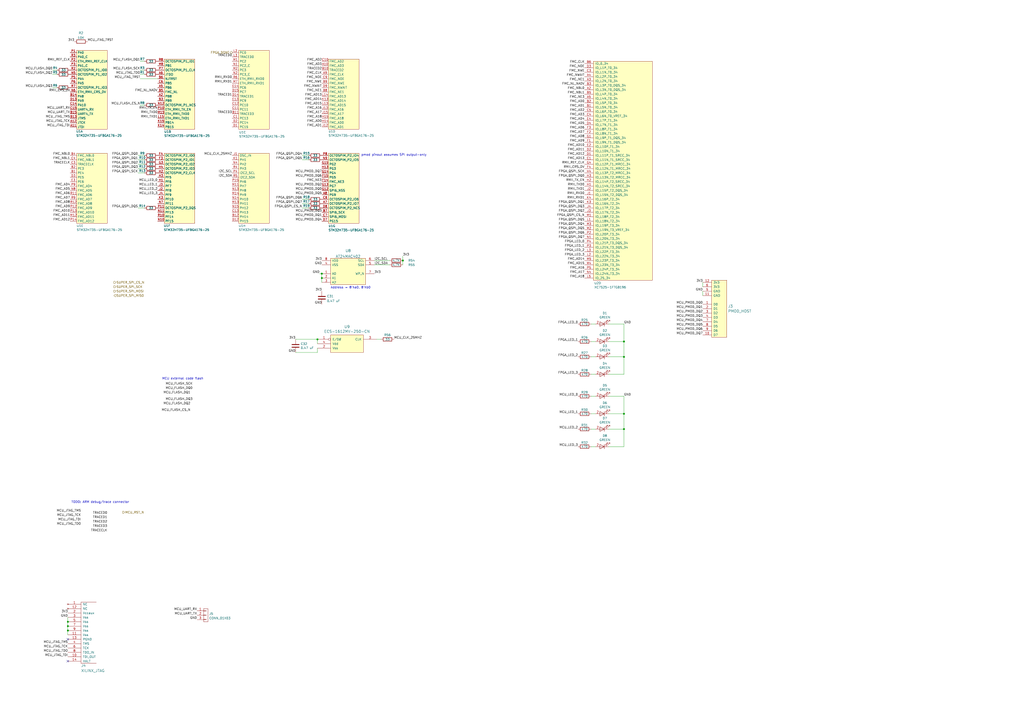
<source format=kicad_sch>
(kicad_sch (version 20231120) (generator "eeschema") (generator_version "8.0")
  (paper "A2")
  (junction (at 39.37 365.76))
  (junction (at 361.95 207.01))
  (junction (at 361.95 248.92))
  (junction (at 39.37 360.68))
  (junction (at 39.37 363.22))
  (junction (at 361.95 240.03))
  (junction (at 233.68 151.13))
  (junction (at 186.69 161.29))
  (junction (at 186.69 158.75))
  (junction (at 184.15 196.85))
  (junction (at 361.95 198.12))
  (no_connect (at 39.37 370.84))
  (no_connect (at 39.37 383.54))
  (wire (pts (xy 342.9 198.12) (xy 345.44 198.12)))
  (wire (pts (xy 342.9 187.96) (xy 345.44 187.96)))
  (wire (pts (xy 39.37 365.76) (xy 39.37 368.3)))
  (wire (pts (xy 342.9 240.03) (xy 345.44 240.03)))
  (wire (pts (xy 30.48 40.64) (xy 33.02 40.64)))
  (wire (pts (xy 171.45 204.47) (xy 184.15 204.47)))
  (wire (pts (xy 342.9 229.87) (xy 345.44 229.87)))
  (wire (pts (xy 184.15 196.85) (xy 184.15 199.39)))
  (wire (pts (xy 233.68 151.13) (xy 233.68 153.67)))
  (wire (pts (xy 407.67 168.91) (xy 407.67 171.45)))
  (wire (pts (xy 39.37 360.68) (xy 39.37 363.22)))
  (wire (pts (xy 80.01 90.17) (xy 83.82 90.17)))
  (wire (pts (xy 407.67 163.83) (xy 407.67 166.37)))
  (wire (pts (xy 30.48 50.8) (xy 33.02 50.8)))
  (wire (pts (xy 361.95 187.96) (xy 361.95 198.12)))
  (wire (pts (xy 186.69 158.75) (xy 186.69 161.29)))
  (wire (pts (xy 39.37 358.14) (xy 39.37 360.68)))
  (wire (pts (xy 39.37 363.22) (xy 39.37 365.76)))
  (wire (pts (xy 361.95 240.03) (xy 361.95 248.92)))
  (wire (pts (xy 80.01 120.65) (xy 83.82 120.65)))
  (wire (pts (xy 217.17 151.13) (xy 226.06 151.13)))
  (wire (pts (xy 81.28 45.72) (xy 91.44 45.72)))
  (wire (pts (xy 361.95 248.92) (xy 361.95 259.08)))
  (wire (pts (xy 361.95 198.12) (xy 361.95 207.01)))
  (wire (pts (xy 80.01 95.25) (xy 83.82 95.25)))
  (wire (pts (xy 81.28 35.56) (xy 83.82 35.56)))
  (wire (pts (xy 81.28 60.96) (xy 83.82 60.96)))
  (wire (pts (xy 342.9 217.17) (xy 345.44 217.17)))
  (wire (pts (xy 361.95 207.01) (xy 361.95 217.17)))
  (wire (pts (xy 175.26 118.11) (xy 179.07 118.11)))
  (wire (pts (xy 353.06 198.12) (xy 361.95 198.12)))
  (wire (pts (xy 353.06 229.87) (xy 361.95 229.87)))
  (wire (pts (xy 220.98 196.85) (xy 218.44 196.85)))
  (wire (pts (xy 184.15 204.47) (xy 184.15 201.93)))
  (wire (pts (xy 175.26 92.71) (xy 179.07 92.71)))
  (wire (pts (xy 81.28 43.18) (xy 83.82 43.18)))
  (wire (pts (xy 342.9 248.92) (xy 345.44 248.92)))
  (wire (pts (xy 353.06 248.92) (xy 361.95 248.92)))
  (wire (pts (xy 353.06 240.03) (xy 361.95 240.03)))
  (wire (pts (xy 175.26 90.17) (xy 179.07 90.17)))
  (wire (pts (xy 185.42 158.75) (xy 186.69 158.75)))
  (wire (pts (xy 342.9 259.08) (xy 345.44 259.08)))
  (wire (pts (xy 80.01 97.79) (xy 83.82 97.79)))
  (wire (pts (xy 80.01 92.71) (xy 83.82 92.71)))
  (wire (pts (xy 342.9 207.01) (xy 345.44 207.01)))
  (wire (pts (xy 175.26 115.57) (xy 179.07 115.57)))
  (wire (pts (xy 175.26 120.65) (xy 179.07 120.65)))
  (wire (pts (xy 361.95 217.17) (xy 353.06 217.17)))
  (wire (pts (xy 217.17 153.67) (xy 226.06 153.67)))
  (wire (pts (xy 80.01 100.33) (xy 83.82 100.33)))
  (wire (pts (xy 361.95 259.08) (xy 353.06 259.08)))
  (wire (pts (xy 30.48 43.18) (xy 33.02 43.18)))
  (wire (pts (xy 353.06 207.01) (xy 361.95 207.01)))
  (wire (pts (xy 361.95 229.87) (xy 361.95 240.03)))
  (wire (pts (xy 81.28 40.64) (xy 83.82 40.64)))
  (wire (pts (xy 186.69 161.29) (xy 186.69 163.83)))
  (wire (pts (xy 171.45 196.85) (xy 184.15 196.85)))
  (wire (pts (xy 353.06 187.96) (xy 361.95 187.96)))
  (wire (pts (xy 233.68 148.59) (xy 233.68 151.13)))
  (text "pmod pinout assumes SPI output-only" (at 209.55 89.916 0) (effects (font (size 1.27 1.27)) (justify left)))
  (text "TODO: ARM debug/trace connector" (at 58.166 291.338 0) (effects (font (size 1.27 1.27))))
  (text "Address = 8'ha0, 8'hb0" (at 191.77 167.64 0) (effects (font (size 1.27 1.27)) (justify left bottom)))
  (text "MCU external code flash" (at 93.98 219.71 0) (effects (font (size 1.27 1.27)) (justify left)))
  (label "3V3" (at 407.67 163.83 180))
  (label "MCU_PMOD_DQ4" (at 407.67 186.69 180))
  (label "MCU_JTAG_TRST" (at 50.8 24.13 0))
  (label "MCU_PMOD_DQ3" (at 186.69 123.19 180))
  (label "MCU_PMOD_DQ5" (at 407.67 189.23 180))
  (label "FPGA_QSPI_DQ3" (at 80.01 97.79 180))
  (label "FMC_NBL1" (at 339.09 54.61 180))
  (label "FPGA_LED_1" (at 339.09 143.51 180))
  (label "FMC_A18" (at 186.69 68.58 180))
  (label "FMC_NWAIT" (at 339.09 44.45 180))
  (label "FMC_AD11" (at 40.64 125.73 180))
  (label "MCU_UART_RX" (at 40.64 63.5 180))
  (label "MCU_FLASH_DQ3" (at 30.48 50.8 180))
  (label "MCU_LED_2" (at 91.44 110.49 180))
  (label "FMC_AD4" (at 40.64 107.95 180))
  (label "MCU_PMOD_DQ4" (at 186.69 128.27 180))
  (label "MCU_UART_RX" (at 114.3 354.33 180))
  (label "FPGA_QSPI_DQS" (at 339.09 128.27 180))
  (label "FMC_AD3" (at 339.09 67.31 180))
  (label "TRACED3" (at 62.23 306.07 180))
  (label "FMC_AD7" (at 40.64 115.57 180))
  (label "GND" (at 185.42 158.75 180))
  (label "TRACED1" (at 134.62 55.88 180))
  (label "MCU_JTAG_TMS" (at 39.37 373.38 180))
  (label "MCU_LED_2" (at 335.28 248.92 180))
  (label "MCU_PMOD_DQ7" (at 186.69 100.33 180))
  (label "3V3" (at 171.45 196.85 180))
  (label "FMC_AD1" (at 186.69 73.66 180))
  (label "FPGA_LED_2" (at 339.09 146.05 180))
  (label "MCU_JTAG_TCK" (at 46.99 299.72 180))
  (label "MCU_LED_3" (at 335.28 259.08 180))
  (label "FMC_NOE" (at 339.09 39.37 180))
  (label "RMII_REF_CLK" (at 339.09 95.25 180))
  (label "FPGA_QSPI_CS_N" (at 175.26 120.65 180))
  (label "FMC_AD10" (at 339.09 85.09 180))
  (label "FPGA_LED_3" (at 335.28 217.17 180))
  (label "MCU_FLASH_DQ0" (at 30.48 40.64 180))
  (label "FMC_AD5" (at 40.64 110.49 180))
  (label "TRACECLK" (at 40.64 95.25 180))
  (label "RMII_RXD1" (at 339.09 115.57 180))
  (label "MCU_CLK_25MHZ" (at 134.62 90.17 180))
  (label "RMII_RXD0" (at 339.09 113.03 180))
  (label "FPGA_QSPI_DQ0" (at 339.09 102.87 180))
  (label "FMC_AD4" (at 339.09 69.85 180))
  (label "MCU_LED_3" (at 91.44 113.03 180))
  (label "MCU_FLASH_CS_N" (at 110.49 238.76 180))
  (label "MCU_PMOD_DQ1" (at 407.67 179.07 180))
  (label "MCU_JTAG_TDI" (at 46.99 302.26 180))
  (label "MCU_JTAG_TDO" (at 39.37 378.46 180))
  (label "RMII_CRS_DV" (at 40.64 53.34 180))
  (label "FPGA_QSPI_SCK" (at 80.01 100.33 180))
  (label "MCU_FLASH_DQ2" (at 30.48 43.18 180))
  (label "GND" (at 361.95 229.87 0))
  (label "FMC_NE3" (at 186.69 105.41 180))
  (label "FMC_AD9" (at 339.09 82.55 180))
  (label "MCU_JTAG_TCK" (at 40.64 71.12 180))
  (label "MCU_PMOD_DQ0" (at 186.69 110.49 180))
  (label "3V3" (at 43.18 24.13 180))
  (label "I2C_SDA" (at 217.17 153.67 0))
  (label "FPGA_QSPI_DQ7" (at 339.09 138.43 180))
  (label "MCU_PMOD_DQ3" (at 407.67 184.15 180))
  (label "MCU_LED_0" (at 91.44 105.41 180))
  (label "FMC_AD14" (at 339.09 151.13 180))
  (label "MCU_FLASH_DQ2" (at 110.49 234.95 180))
  (label "MCU_PMOD_DQ5" (at 186.69 113.03 180))
  (label "FPGA_QSPI_CS_N" (at 339.09 125.73 180))
  (label "FPGA_QSPI_DQ4" (at 339.09 130.81 180))
  (label "MCU_FLASH_SCK" (at 111.76 223.52 180))
  (label "FPGA_LED_0" (at 335.28 187.96 180))
  (label "MCU_JTAG_TDO" (at 81.28 43.18 180))
  (label "FPGA_LED_1" (at 335.28 198.12 180))
  (label "FMC_AD5" (at 339.09 72.39 180))
  (label "RMII_RXD0" (at 134.62 45.72 180))
  (label "I2C_SCL" (at 217.17 151.13 0))
  (label "TRACED2" (at 186.69 40.64 180))
  (label "FPGA_QSPI_DQS" (at 80.01 120.65 180))
  (label "RMII_CRS_DV" (at 339.09 97.79 180))
  (label "FPGA_QSPI_DQ6" (at 175.26 115.57 180))
  (label "FMC_A16" (at 186.69 63.5 180))
  (label "RMII_TX_EN" (at 339.09 105.41 180))
  (label "FPGA_QSPI_DQ0" (at 80.01 90.17 180))
  (label "MCU_UART_TX" (at 40.64 66.04 180))
  (label "MCU_JTAG_TMS" (at 40.64 68.58 180))
  (label "GND" (at 361.95 187.96 0))
  (label "FMC_A16" (at 339.09 156.21 180))
  (label "FMC_AD14" (at 186.69 58.42 180))
  (label "FMC_NBL0" (at 40.64 90.17 180))
  (label "GND" (at 114.3 359.41 180))
  (label "I2C_SDA" (at 134.62 102.87 180))
  (label "FMC_AD12" (at 40.64 128.27 180))
  (label "3V3" (at 186.69 151.13 180))
  (label "FPGA_QSPI_SCK" (at 339.09 100.33 180))
  (label "FMC_AD2" (at 186.69 35.56 180))
  (label "FMC_NE1" (at 339.09 46.99 180))
  (label "FPGA_QSPI_DQ1" (at 339.09 118.11 180))
  (label "FPGA_QSPI_DQ5" (at 339.09 133.35 180))
  (label "RMII_TXD1" (at 339.09 110.49 180))
  (label "TRACED0" (at 62.23 298.45 180))
  (label "RMII_RXD1" (at 134.62 48.26 180))
  (label "FPGA_QSPI_DQ2" (at 80.01 95.25 180))
  (label "FPGA_QSPI_DQ5" (at 175.26 92.71 180))
  (label "FPGA_QSPI_DQ4" (at 175.26 90.17 180))
  (label "MCU_FLASH_DQ1" (at 110.49 228.6 180))
  (label "GND" (at 171.45 204.47 180))
  (label "FMC_NOE" (at 186.69 45.72 180))
  (label "MCU_FLASH_SCK" (at 81.28 40.64 180))
  (label "GND" (at 407.67 168.91 180))
  (label "FMC_AD11" (at 339.09 87.63 180))
  (label "3V3" (at 233.68 148.59 0))
  (label "FPGA_QSPI_DQ1" (at 80.01 92.71 180))
  (label "FPGA_LED_2" (at 335.28 207.01 180))
  (label "FMC_AD13" (at 339.09 92.71 180))
  (label "MCU_PMOD_DQ2" (at 186.69 107.95 180))
  (label "FMC_CLK" (at 339.09 36.83 180))
  (label "MCU_PMOD_DQ6" (at 407.67 191.77 180))
  (label "MCU_JTAG_TDI" (at 39.37 381 180))
  (label "3V3" (at 186.69 168.91 180))
  (label "MCU_FLASH_DQ0" (at 111.76 226.06 180))
  (label "FMC_NE1" (at 186.69 53.34 180))
  (label "FMC_AD7" (at 339.09 77.47 180))
  (label "MCU_PMOD_DQ2" (at 407.67 181.61 180))
  (label "FMC_AD3" (at 186.69 38.1 180))
  (label "FMC_AD0" (at 339.09 59.69 180))
  (label "GND" (at 186.69 176.53 180))
  (label "FMC_NWE" (at 186.69 48.26 180))
  (label "FMC_AD15" (at 186.69 60.96 180))
  (label "MCU_JTAG_TCK" (at 39.37 375.92 180))
  (label "TRACED2" (at 62.23 303.53 180))
  (label "FMC_NE3" (at 339.09 57.15 180))
  (label "FMC_NWAIT" (at 186.69 50.8 180))
  (label "FMC_NBL0" (at 339.09 52.07 180))
  (label "FMC_AD13" (at 186.69 55.88 180))
  (label "TRACED0" (at 134.62 33.02 180))
  (label "FPGA_QSPI_DQ2" (at 339.09 123.19 180))
  (label "MCU_CLK_25MHZ" (at 228.6 196.85 0))
  (label "RMII_TX_EN" (at 91.44 63.5 180))
  (label "FMC_AD12" (at 339.09 90.17 180))
  (label "FMC_AD15" (at 339.09 153.67 180))
  (label "FPGA_QSPI_DQ7" (at 175.26 118.11 180))
  (label "FMC_AD0" (at 186.69 71.12 180))
  (label "MCU_PMOD_DQ0" (at 407.67 176.53 180))
  (label "GND" (at 186.69 153.67 180))
  (label "FMC_NBL1" (at 40.64 92.71 180))
  (label "MCU_JTAG_TRST" (at 81.28 45.72 180))
  (label "MCU_JTAG_TDI" (at 40.64 73.66 180))
  (label "3V3" (at 39.37 355.6 180))
  (label "FMC_AD6" (at 339.09 74.93 180))
  (label "MCU_PMOD_DQ1" (at 186.69 125.73 180))
  (label "FMC_CLK" (at 186.69 43.18 180))
  (label "MCU_PMOD_DQ7" (at 407.67 194.31 180))
  (label "I2C_SCL" (at 134.62 100.33 180))
  (label "FPGA_LED_3" (at 339.09 148.59 180))
  (label "MCU_UART_TX" (at 114.3 356.87 180))
  (label "FMC_AD9" (at 40.64 120.65 180))
  (label "MCU_LED_1" (at 335.28 240.03 180))
  (label "FMC_AD2" (at 339.09 64.77 180))
  (label "FMC_A17" (at 186.69 66.04 180))
  (label "FPGA_QSPI_DQ3" (at 339.09 120.65 180))
  (label "RMII_TXD0" (at 91.44 66.04 180))
  (label "TRACED3" (at 134.62 66.04 180))
  (label "TRACED1" (at 62.23 300.99 180))
  (label "FMC_A18" (at 339.09 161.29 180))
  (label "FMC_AD8" (at 40.64 118.11 180))
  (label "MCU_PMOD_DQ6" (at 186.69 102.87 180))
  (label "TRACECLK" (at 62.23 308.61 180))
  (label "MCU_LED_0" (at 335.28 229.87 180))
  (label "FMC_A17" (at 339.09 158.75 180))
  (label "FPGA_QSPI_DQ6" (at 339.09 135.89 180))
  (label "MCU_FLASH_DQ1" (at 81.28 35.56 180))
  (label "3V3" (at 217.17 158.75 0))
  (label "FMC_NL_NADV" (at 339.09 49.53 180))
  (label "MCU_FLASH_DQ3" (at 111.76 232.41 180))
  (label "FMC_AD8" (at 339.09 80.01 180))
  (label "MCU_FLASH_CS_N" (at 81.28 60.96 180))
  (label "MCU_LED_1" (at 91.44 107.95 180))
  (label "FMC_NWE" (at 339.09 41.91 180))
  (label "MCU_JTAG_TMS" (at 46.99 297.18 180))
  (label "RMII_TXD1" (at 91.44 68.58 180))
  (label "FMC_NL_NADV" (at 91.44 53.34 180))
  (label "FMC_AD1" (at 339.09 62.23 180))
  (label "MCU_JTAG_TDO" (at 46.99 304.8 180))
  (label "RMII_REF_CLK" (at 40.64 35.56 180))
  (label "FPGA_LED_0" (at 339.09 140.97 180))
  (label "RMII_TXD0" (at 339.09 107.95 180))
  (label "FMC_AD6" (at 40.64 113.03 180))
  (label "GND" (at 39.37 358.14 180))
  (label "FMC_AD10" (at 40.64 123.19 180))
  (hierarchical_label "MCU_RST_N" (shape output) (at 71.12 297.18 0))
  (hierarchical_label "SUPER_SPI_CS_N" (shape output) (at 66.04 163.83 0))
  (hierarchical_label "FPGA_DONE" (shape output) (at 134.62 30.48 180))
  (hierarchical_label "SUPER_SPI_MISO" (shape input) (at 66.04 171.45 0))
  (hierarchical_label "SUPER_SPI_MOSI" (shape output) (at 66.04 168.91 0))
  (hierarchical_label "SUPER_SPI_SCK" (shape output) (at 66.04 166.37 0))
  (symbol (lib_id "device:R") (at 182.88 120.65 90) (unit 1)
    (property "Reference" "R19" (at 177.8 119.38 90))
    (property "Value" "33" (at 182.88 120.65 90))
    (property "Footprint" "azonenberg_pcb:EIA_0402_RES_NOSILK" (effects (hide yes)))
  )
  (symbol (lib_id "device:R") (at 87.63 120.65 90) (unit 1)
    (property "Reference" "R14" (at 82.55 119.38 90))
    (property "Value" "33" (at 87.63 120.65 90))
    (property "Footprint" "azonenberg_pcb:EIA_0402_RES_NOSILK" (effects (hide yes)))
  )
  (symbol (lib_id "device:LED") (at 349.25 207.01 180) (unit 1)
    (property "Reference" "D3" (at 350.8502 200.7065 0))
    (property "Value" "GREEN" (at 350.8502 203.1308 0))
    (property "Description" "LED generic" (effects (hide yes)))
  )
  (symbol (lib_id "device:R") (at 87.63 95.25 90) (unit 1)
    (property "Reference" "R11" (at 82.55 93.98 90))
    (property "Value" "33" (at 87.63 95.25 90))
    (property "Footprint" "azonenberg_pcb:EIA_0402_RES_NOSILK" (effects (hide yes)))
  )
  (symbol (lib_id "device:R") (at 339.09 259.08 90) (unit 1)
    (property "Reference" "R32" (at 339.09 256.794 90))
    (property "Value" "470" (at 339.09 259.08 90))
    (property "Description" "Resistor" (effects (hide yes)))
  )
  (symbol (lib_id "device:R") (at 87.63 100.33 90) (unit 1)
    (property "Reference" "R13" (at 82.55 99.06 90))
    (property "Value" "33" (at 87.63 100.33 90))
    (property "Footprint" "azonenberg_pcb:EIA_0402_RES_NOSILK" (effects (hide yes)))
  )
  (symbol (lib_id "device:LED") (at 349.25 187.96 180) (unit 1)
    (property "Reference" "D1" (at 350.8502 181.6565 0))
    (property "Value" "GREEN" (at 350.8502 184.0808 0))
    (property "Description" "LED generic" (effects (hide yes)))
  )
  (symbol (lib_id "device:LED") (at 349.25 198.12 180) (unit 1)
    (property "Reference" "D2" (at 350.8502 191.8165 0))
    (property "Value" "GREEN" (at 350.8502 194.2408 0))
    (property "Description" "LED generic" (effects (hide yes)))
  )
  (symbol (lib_id "device:R") (at 224.79 196.85 270) (unit 1)
    (property "Reference" "R56" (at 224.79 194.31 90))
    (property "Value" "33" (at 224.79 196.85 90))
    (property "Footprint" "azonenberg_pcb:EIA_0402_RES_NOSILK" (effects (hide yes)))
  )
  (symbol (lib_id "device:R") (at 87.63 90.17 90) (unit 1)
    (property "Reference" "R9" (at 82.55 88.9 90))
    (property "Value" "33" (at 87.63 90.17 90))
    (property "Footprint" "azonenberg_pcb:EIA_0402_RES_NOSILK" (effects (hide yes)))
  )
  (symbol (lib_id "device:R") (at 339.09 187.96 90) (unit 1)
    (property "Reference" "R25" (at 339.09 185.674 90))
    (property "Value" "470" (at 339.09 187.96 90))
    (property "Description" "Resistor" (effects (hide yes)))
  )
  (symbol (lib_id "st-azonenberg:STM32H735-UFBGA176-25") (at 138.43 74.93 0) (unit 3)
    (property "Reference" "U1" (at 138.684 76.708 0) (effects (justify left)))
    (property "Value" "STM32H735-UFBGA176-25" (at 138.684 79.1323 0) (effects (justify left)))
    (pin "B4" (alternate "FMC_NBL0"))
    (pin "D9" (alternate "FMC_NWAIT"))
    (pin "A6" (alternate "JTDO"))
    (pin "J15" (alternate "FMC_A17"))
    (pin "H14" (alternate "FMC_AD0"))
    (pin "C10" (alternate "FMC_AD2"))
    (pin "N6" (alternate "ETH_RMII_CRS_DV"))
    (pin "J13" (alternate "FMC_A16"))
    (pin "R7" (alternate "OCTOSPIM_P1_IO3"))
    (pin "L3" (alternate "TRACED0"))
    (pin "B8" (alternate "FMC_NE1"))
    (pin "P13" (alternate "FMC_AD10"))
    (pin "D14" (alternate "TRACED1"))
    (pin "M7" (alternate "ETH_RMII_RXD1"))
    (pin "C8" (alternate "OCTOSPIM_P2_IO6"))
    (pin "B5" (alternate "FMC_NL"))
    (pin "F14" (alternate "FMC_NE3"))
    (pin "L14" (alternate "FMC_AD13"))
    (pin "B10" (alternate "TRACED2"))
    (pin "A9" (alternate "FMC_CLK"))
    (pin "P12" (alternate "FMC_AD9"))
    (pin "G12" (alternate "SPI6_NSS"))
    (pin "F4" (alternate "OCTOSPIM_P2_IO0"))
    (pin "G3" (alternate "OCTOSPIM_P2_IO2"))
    (pin "C4" (alternate "FMC_NBL1"))
    (pin "P4" (alternate "I2C2_SCL"))
    (pin "P10" (alternate "ETH_RMII_TX_EN"))
    (pin "A12" (alternate "JTCK"))
    (pin "A11" (alternate "JTDI"))
    (pin "J12" (alternate "FMC_AD1"))
    (pin "F3" (alternate "OCTOSPIM_P2_IO1"))
    (pin "A10" (alternate "FMC_AD3"))
    (pin "N9" (alternate "OCTOSPIM_P2_IO5"))
    (pin "D8" (alternate "OCTOSPIM_P2_NCS"))
    (pin "H15" (alternate "FMC_A18"))
    (pin "B13" (alternate "JTMS"))
    (pin "R8" (alternate "OCTOSPIM_P1_IO1"))
    (pin "R11" (alternate "FMC_AD6"))
    (pin "R5" (alternate "I2C2_SDA"))
    (pin "P11" (alternate "OCTOSPIM_P2_DQS"))
    (pin "H2" (alternate "OCTOSPIM_P2_CLK"))
    (pin "N8" (alternate "FMC_AD5"))
    (pin "B11" (alternate "TRACED3"))
    (pin "P9" (alternate "FMC_AD4"))
    (pin "B7" (alternate "SPI6_SCK"))
    (pin "R2" (alternate "OCTOSPIM_P1_IO0"))
    (pin "A7" (alternate "OCTOSPIM_P2_IO7"))
    (pin "P8" (alternate "OCTOSPIM_P2_IO4"))
    (pin "H4" (alternate "OCTOSPIM_P2_IO3"))
    (pin "P7" (alternate "OCTOSPIM_P1_CLK"))
    (pin "C7" (alternate "SPI6_MOSI"))
    (pin "M15" (alternate "ETH_RMII_TXD0"))
    (pin "B6" (alternate "NJTRST"))
    (pin "J1" (alternate "OSC_IN"))
    (pin "R12" (alternate "FMC_AD8"))
    (pin "C3" (alternate "TRACECLK"))
    (pin "N12" (alternate "OCTOSPIM_P1_NCS"))
    (pin "C9" (alternate "FMC_NOE"))
    (pin "R6" (alternate "ETH_RMII_RXD0"))
    (pin "B9" (alternate "FMC_NWE"))
    (pin "L15" (alternate "ETH_RMII_TXD1"))
    (pin "R9" (alternate "FMC_AD7"))
    (pin "P2" (alternate "ETH_RMII_REF_CLK"))
    (pin "K13" (alternate "FMC_AD14"))
    (pin "L13" (alternate "FMC_AD15"))
    (pin "N5" (alternate "OCTOSPIM_P1_IO2"))
    (pin "M12" (alternate "FMC_AD11"))
    (pin "C15" (alternate "UART4_RX"))
    (pin "B15" (alternate "UART4_TX"))
    (pin "P14" (alternate "FMC_AD12"))
  )
  (symbol (lib_id "device:R") (at 339.09 198.12 90) (unit 1)
    (property "Reference" "R26" (at 339.09 195.834 90))
    (property "Value" "470" (at 339.09 198.12 90))
    (property "Description" "Resistor" (effects (hide yes)))
  )
  (symbol (lib_id "st-azonenberg:STM32H735-UFBGA176-25") (at 138.43 129.54 0) (unit 8)
    (property "Reference" "U1" (at 138.43 130.9257 0) (effects (justify left)))
    (property "Value" "STM32H735-UFBGA176-25" (at 138.43 133.35 0) (effects (justify left)))
    (pin "B4" (alternate "FMC_NBL0"))
    (pin "D9" (alternate "FMC_NWAIT"))
    (pin "A6" (alternate "JTDO"))
    (pin "J15" (alternate "FMC_A17"))
    (pin "H14" (alternate "FMC_AD0"))
    (pin "C10" (alternate "FMC_AD2"))
    (pin "N6" (alternate "ETH_RMII_CRS_DV"))
    (pin "J13" (alternate "FMC_A16"))
    (pin "R7" (alternate "OCTOSPIM_P1_IO3"))
    (pin "L3" (alternate "TRACED0"))
    (pin "B8" (alternate "FMC_NE1"))
    (pin "P13" (alternate "FMC_AD10"))
    (pin "D14" (alternate "TRACED1"))
    (pin "M7" (alternate "ETH_RMII_RXD1"))
    (pin "C8" (alternate "OCTOSPIM_P2_IO6"))
    (pin "B5" (alternate "FMC_NL"))
    (pin "F14" (alternate "FMC_NE3"))
    (pin "L14" (alternate "FMC_AD13"))
    (pin "B10" (alternate "TRACED2"))
    (pin "A9" (alternate "FMC_CLK"))
    (pin "P12" (alternate "FMC_AD9"))
    (pin "G12" (alternate "SPI6_NSS"))
    (pin "F4" (alternate "OCTOSPIM_P2_IO0"))
    (pin "G3" (alternate "OCTOSPIM_P2_IO2"))
    (pin "C4" (alternate "FMC_NBL1"))
    (pin "P4" (alternate "I2C2_SCL"))
    (pin "P10" (alternate "ETH_RMII_TX_EN"))
    (pin "A12" (alternate "JTCK"))
    (pin "A11" (alternate "JTDI"))
    (pin "J12" (alternate "FMC_AD1"))
    (pin "F3" (alternate "OCTOSPIM_P2_IO1"))
    (pin "A10" (alternate "FMC_AD3"))
    (pin "N9" (alternate "OCTOSPIM_P2_IO5"))
    (pin "D8" (alternate "OCTOSPIM_P2_NCS"))
    (pin "H15" (alternate "FMC_A18"))
    (pin "B13" (alternate "JTMS"))
    (pin "R8" (alternate "OCTOSPIM_P1_IO1"))
    (pin "R11" (alternate "FMC_AD6"))
    (pin "R5" (alternate "I2C2_SDA"))
    (pin "P11" (alternate "OCTOSPIM_P2_DQS"))
    (pin "H2" (alternate "OCTOSPIM_P2_CLK"))
    (pin "N8" (alternate "FMC_AD5"))
    (pin "B11" (alternate "TRACED3"))
    (pin "P9" (alternate "FMC_AD4"))
    (pin "B7" (alternate "SPI6_SCK"))
    (pin "R2" (alternate "OCTOSPIM_P1_IO0"))
    (pin "A7" (alternate "OCTOSPIM_P2_IO7"))
    (pin "P8" (alternate "OCTOSPIM_P2_IO4"))
    (pin "H4" (alternate "OCTOSPIM_P2_IO3"))
    (pin "P7" (alternate "OCTOSPIM_P1_CLK"))
    (pin "C7" (alternate "SPI6_MOSI"))
    (pin "M15" (alternate "ETH_RMII_TXD0"))
    (pin "B6" (alternate "NJTRST"))
    (pin "J1" (alternate "OSC_IN"))
    (pin "R12" (alternate "FMC_AD8"))
    (pin "C3" (alternate "TRACECLK"))
    (pin "N12" (alternate "OCTOSPIM_P1_NCS"))
    (pin "C9" (alternate "FMC_NOE"))
    (pin "R6" (alternate "ETH_RMII_RXD0"))
    (pin "B9" (alternate "FMC_NWE"))
    (pin "L15" (alternate "ETH_RMII_TXD1"))
    (pin "R9" (alternate "FMC_AD7"))
    (pin "P2" (alternate "ETH_RMII_REF_CLK"))
    (pin "K13" (alternate "FMC_AD14"))
    (pin "L13" (alternate "FMC_AD15"))
    (pin "N5" (alternate "OCTOSPIM_P1_IO2"))
    (pin "M12" (alternate "FMC_AD11"))
    (pin "C15" (alternate "UART4_RX"))
    (pin "B15" (alternate "UART4_TX"))
    (pin "P14" (alternate "FMC_AD12"))
  )
  (symbol (lib_id "st-azonenberg:STM32H735-UFBGA176-25") (at 190.5 129.54 0) (unit 7)
    (property "Reference" "U1" (at 190.5 131.064 0) (effects (justify left)))
    (property "Value" "STM32H735-UFBGA176-25" (at 190.5 133.4883 0) (effects (justify left)))
    (pin "B4" (alternate "FMC_NBL0"))
    (pin "D9" (alternate "FMC_NWAIT"))
    (pin "A6" (alternate "JTDO"))
    (pin "J15" (alternate "FMC_A17"))
    (pin "H14" (alternate "FMC_AD0"))
    (pin "C10" (alternate "FMC_AD2"))
    (pin "N6" (alternate "ETH_RMII_CRS_DV"))
    (pin "J13" (alternate "FMC_A16"))
    (pin "R7" (alternate "OCTOSPIM_P1_IO3"))
    (pin "L3" (alternate "TRACED0"))
    (pin "B8" (alternate "FMC_NE1"))
    (pin "P13" (alternate "FMC_AD10"))
    (pin "D14" (alternate "TRACED1"))
    (pin "M7" (alternate "ETH_RMII_RXD1"))
    (pin "C8" (alternate "OCTOSPIM_P2_IO6"))
    (pin "B5" (alternate "FMC_NL"))
    (pin "F14" (alternate "FMC_NE3"))
    (pin "L14" (alternate "FMC_AD13"))
    (pin "B10" (alternate "TRACED2"))
    (pin "A9" (alternate "FMC_CLK"))
    (pin "P12" (alternate "FMC_AD9"))
    (pin "G12" (alternate "SPI6_NSS"))
    (pin "F4" (alternate "OCTOSPIM_P2_IO0"))
    (pin "G3" (alternate "OCTOSPIM_P2_IO2"))
    (pin "C4" (alternate "FMC_NBL1"))
    (pin "P4" (alternate "I2C2_SCL"))
    (pin "P10" (alternate "ETH_RMII_TX_EN"))
    (pin "A12" (alternate "JTCK"))
    (pin "A11" (alternate "JTDI"))
    (pin "J12" (alternate "FMC_AD1"))
    (pin "F3" (alternate "OCTOSPIM_P2_IO1"))
    (pin "A10" (alternate "FMC_AD3"))
    (pin "N9" (alternate "OCTOSPIM_P2_IO5"))
    (pin "D8" (alternate "OCTOSPIM_P2_NCS"))
    (pin "H15" (alternate "FMC_A18"))
    (pin "B13" (alternate "JTMS"))
    (pin "R8" (alternate "OCTOSPIM_P1_IO1"))
    (pin "R11" (alternate "FMC_AD6"))
    (pin "R5" (alternate "I2C2_SDA"))
    (pin "P11" (alternate "OCTOSPIM_P2_DQS"))
    (pin "H2" (alternate "OCTOSPIM_P2_CLK"))
    (pin "N8" (alternate "FMC_AD5"))
    (pin "B11" (alternate "TRACED3"))
    (pin "P9" (alternate "FMC_AD4"))
    (pin "B7" (alternate "SPI6_SCK"))
    (pin "R2" (alternate "OCTOSPIM_P1_IO0"))
    (pin "A7" (alternate "OCTOSPIM_P2_IO7"))
    (pin "P8" (alternate "OCTOSPIM_P2_IO4"))
    (pin "H4" (alternate "OCTOSPIM_P2_IO3"))
    (pin "P7" (alternate "OCTOSPIM_P1_CLK"))
    (pin "C7" (alternate "SPI6_MOSI"))
    (pin "M15" (alternate "ETH_RMII_TXD0"))
    (pin "B6" (alternate "NJTRST"))
    (pin "J1" (alternate "OSC_IN"))
    (pin "R12" (alternate "FMC_AD8"))
    (pin "C3" (alternate "TRACECLK"))
    (pin "N12" (alternate "OCTOSPIM_P1_NCS"))
    (pin "C9" (alternate "FMC_NOE"))
    (pin "R6" (alternate "ETH_RMII_RXD0"))
    (pin "B9" (alternate "FMC_NWE"))
    (pin "L15" (alternate "ETH_RMII_TXD1"))
    (pin "R9" (alternate "FMC_AD7"))
    (pin "P2" (alternate "ETH_RMII_REF_CLK"))
    (pin "K13" (alternate "FMC_AD14"))
    (pin "L13" (alternate "FMC_AD15"))
    (pin "N5" (alternate "OCTOSPIM_P1_IO2"))
    (pin "M12" (alternate "FMC_AD11"))
    (pin "C15" (alternate "UART4_RX"))
    (pin "B15" (alternate "UART4_TX"))
    (pin "P14" (alternate "FMC_AD12"))
  )
  (symbol (lib_id "xilinx-azonenberg:XILINX_JTAG") (at 39.37 383.54 0) (unit 1)
    (property "Reference" "J4" (at 46.99 386.08 0) (effects (font (size 1.524 1.524)) (justify left)))
    (property "Value" "XILINX_JTAG" (at 46.99 389.0734 0) (effects (font (size 1.524 1.524)) (justify left)))
    (property "Footprint" "azonenberg_pcb:XILINX_JTAG_PTH_MOLEX_0878311420" (effects (hide yes)))
  )
  (symbol (lib_id "device:R") (at 36.83 40.64 90) (unit 1)
    (property "Reference" "R4" (at 32.004 39.37 90))
    (property "Value" "33" (at 36.83 40.64 90))
    (property "Footprint" "azonenberg_pcb:EIA_0402_RES_NOSILK" (effects (hide yes)))
  )
  (symbol (lib_id "device:R") (at 339.09 229.87 90) (unit 1)
    (property "Reference" "R29" (at 339.09 227.584 90))
    (property "Value" "470" (at 339.09 229.87 90))
    (property "Description" "Resistor" (effects (hide yes)))
  )
  (symbol (lib_id "device:R") (at 36.83 43.18 90) (unit 1)
    (property "Reference" "R5" (at 32.004 41.91 90))
    (property "Value" "33" (at 36.83 43.18 90))
    (property "Footprint" "azonenberg_pcb:EIA_0402_RES_NOSILK" (effects (hide yes)))
  )
  (symbol (lib_id "device:R") (at 182.88 115.57 90) (unit 1)
    (property "Reference" "R18" (at 177.8 114.3 90))
    (property "Value" "33" (at 182.88 115.57 90))
    (property "Footprint" "azonenberg_pcb:EIA_0402_RES_NOSILK" (effects (hide yes)))
  )
  (symbol (lib_id "device:R") (at 36.83 50.8 90) (unit 1)
    (property "Reference" "R6" (at 32.004 49.53 90))
    (property "Value" "33" (at 36.83 50.8 90))
    (property "Footprint" "azonenberg_pcb:EIA_0402_RES_NOSILK" (effects (hide yes)))
  )
  (symbol (lib_id "device:R") (at 182.88 118.11 90) (unit 1)
    (property "Reference" "R17" (at 177.8 116.84 90))
    (property "Value" "33" (at 182.88 118.11 90))
    (property "Footprint" "azonenberg_pcb:EIA_0402_RES_NOSILK" (effects (hide yes)))
  )
  (symbol (lib_id "st-azonenberg:STM32H735-UFBGA176-25") (at 44.45 129.54 0) (unit 5)
    (property "Reference" "U1" (at 44.45 130.9257 0) (effects (justify left)))
    (property "Value" "STM32H735-UFBGA176-25" (at 44.45 133.35 0) (effects (justify left)))
    (pin "B4" (alternate "FMC_NBL0"))
    (pin "D9" (alternate "FMC_NWAIT"))
    (pin "A6" (alternate "JTDO"))
    (pin "J15" (alternate "FMC_A17"))
    (pin "H14" (alternate "FMC_AD0"))
    (pin "C10" (alternate "FMC_AD2"))
    (pin "N6" (alternate "ETH_RMII_CRS_DV"))
    (pin "J13" (alternate "FMC_A16"))
    (pin "R7" (alternate "OCTOSPIM_P1_IO3"))
    (pin "L3" (alternate "TRACED0"))
    (pin "B8" (alternate "FMC_NE1"))
    (pin "P13" (alternate "FMC_AD10"))
    (pin "D14" (alternate "TRACED1"))
    (pin "M7" (alternate "ETH_RMII_RXD1"))
    (pin "C8" (alternate "OCTOSPIM_P2_IO6"))
    (pin "B5" (alternate "FMC_NL"))
    (pin "F14" (alternate "FMC_NE3"))
    (pin "L14" (alternate "FMC_AD13"))
    (pin "B10" (alternate "TRACED2"))
    (pin "A9" (alternate "FMC_CLK"))
    (pin "P12" (alternate "FMC_AD9"))
    (pin "G12" (alternate "SPI6_NSS"))
    (pin "F4" (alternate "OCTOSPIM_P2_IO0"))
    (pin "G3" (alternate "OCTOSPIM_P2_IO2"))
    (pin "C4" (alternate "FMC_NBL1"))
    (pin "P4" (alternate "I2C2_SCL"))
    (pin "P10" (alternate "ETH_RMII_TX_EN"))
    (pin "A12" (alternate "JTCK"))
    (pin "A11" (alternate "JTDI"))
    (pin "J12" (alternate "FMC_AD1"))
    (pin "F3" (alternate "OCTOSPIM_P2_IO1"))
    (pin "A10" (alternate "FMC_AD3"))
    (pin "N9" (alternate "OCTOSPIM_P2_IO5"))
    (pin "D8" (alternate "OCTOSPIM_P2_NCS"))
    (pin "H15" (alternate "FMC_A18"))
    (pin "B13" (alternate "JTMS"))
    (pin "R8" (alternate "OCTOSPIM_P1_IO1"))
    (pin "R11" (alternate "FMC_AD6"))
    (pin "R5" (alternate "I2C2_SDA"))
    (pin "P11" (alternate "OCTOSPIM_P2_DQS"))
    (pin "H2" (alternate "OCTOSPIM_P2_CLK"))
    (pin "N8" (alternate "FMC_AD5"))
    (pin "B11" (alternate "TRACED3"))
    (pin "P9" (alternate "FMC_AD4"))
    (pin "B7" (alternate "SPI6_SCK"))
    (pin "R2" (alternate "OCTOSPIM_P1_IO0"))
    (pin "A7" (alternate "OCTOSPIM_P2_IO7"))
    (pin "P8" (alternate "OCTOSPIM_P2_IO4"))
    (pin "H4" (alternate "OCTOSPIM_P2_IO3"))
    (pin "P7" (alternate "OCTOSPIM_P1_CLK"))
    (pin "C7" (alternate "SPI6_MOSI"))
    (pin "M15" (alternate "ETH_RMII_TXD0"))
    (pin "B6" (alternate "NJTRST"))
    (pin "J1" (alternate "OSC_IN"))
    (pin "R12" (alternate "FMC_AD8"))
    (pin "C3" (alternate "TRACECLK"))
    (pin "N12" (alternate "OCTOSPIM_P1_NCS"))
    (pin "C9" (alternate "FMC_NOE"))
    (pin "R6" (alternate "ETH_RMII_RXD0"))
    (pin "B9" (alternate "FMC_NWE"))
    (pin "L15" (alternate "ETH_RMII_TXD1"))
    (pin "R9" (alternate "FMC_AD7"))
    (pin "P2" (alternate "ETH_RMII_REF_CLK"))
    (pin "K13" (alternate "FMC_AD14"))
    (pin "L13" (alternate "FMC_AD15"))
    (pin "N5" (alternate "OCTOSPIM_P1_IO2"))
    (pin "M12" (alternate "FMC_AD11"))
    (pin "C15" (alternate "UART4_RX"))
    (pin "B15" (alternate "UART4_TX"))
    (pin "P14" (alternate "FMC_AD12"))
  )
  (symbol (lib_id "device:R") (at 87.63 35.56 90) (unit 1)
    (property "Reference" "R7" (at 82.55 34.29 90))
    (property "Value" "33" (at 87.63 35.56 90))
    (property "Footprint" "azonenberg_pcb:EIA_0402_RES_NOSILK" (effects (hide yes)))
  )
  (symbol (lib_id "device:R") (at 87.63 97.79 90) (unit 1)
    (property "Reference" "R12" (at 82.55 96.52 90))
    (property "Value" "33" (at 87.63 97.79 90))
    (property "Footprint" "azonenberg_pcb:EIA_0402_RES_NOSILK" (effects (hide yes)))
  )
  (symbol (lib_id "device:LED") (at 349.25 217.17 180) (unit 1)
    (property "Reference" "D4" (at 350.8502 210.8665 0))
    (property "Value" "GREEN" (at 350.8502 213.2908 0))
    (property "Description" "LED generic" (effects (hide yes)))
  )
  (symbol (lib_id "device:R") (at 229.87 153.67 90) (unit 1)
    (property "Reference" "R55" (at 238.76 153.67 90))
    (property "Value" "4.7K" (at 229.87 153.67 90))
    (property "Footprint" "azonenberg_pcb:EIA_0402_RES_NOSILK" (effects (hide yes)))
  )
  (symbol (lib_id "st-azonenberg:STM32H735-UFBGA176-25") (at 95.25 129.54 0) (unit 6)
    (property "Reference" "U1" (at 94.996 130.9257 0) (effects (justify left)))
    (property "Value" "STM32H735-UFBGA176-25" (at 94.996 133.35 0) (effects (justify left)))
    (pin "B4" (alternate "FMC_NBL0"))
    (pin "D9" (alternate "FMC_NWAIT"))
    (pin "A6" (alternate "JTDO"))
    (pin "J15" (alternate "FMC_A17"))
    (pin "H14" (alternate "FMC_AD0"))
    (pin "C10" (alternate "FMC_AD2"))
    (pin "N6" (alternate "ETH_RMII_CRS_DV"))
    (pin "J13" (alternate "FMC_A16"))
    (pin "R7" (alternate "OCTOSPIM_P1_IO3"))
    (pin "L3" (alternate "TRACED0"))
    (pin "B8" (alternate "FMC_NE1"))
    (pin "P13" (alternate "FMC_AD10"))
    (pin "D14" (alternate "TRACED1"))
    (pin "M7" (alternate "ETH_RMII_RXD1"))
    (pin "C8" (alternate "OCTOSPIM_P2_IO6"))
    (pin "B5" (alternate "FMC_NL"))
    (pin "F14" (alternate "FMC_NE3"))
    (pin "L14" (alternate "FMC_AD13"))
    (pin "B10" (alternate "TRACED2"))
    (pin "A9" (alternate "FMC_CLK"))
    (pin "P12" (alternate "FMC_AD9"))
    (pin "G12" (alternate "SPI6_NSS"))
    (pin "F4" (alternate "OCTOSPIM_P2_IO0"))
    (pin "G3" (alternate "OCTOSPIM_P2_IO2"))
    (pin "C4" (alternate "FMC_NBL1"))
    (pin "P4" (alternate "I2C2_SCL"))
    (pin "P10" (alternate "ETH_RMII_TX_EN"))
    (pin "A12" (alternate "JTCK"))
    (pin "A11" (alternate "JTDI"))
    (pin "J12" (alternate "FMC_AD1"))
    (pin "F3" (alternate "OCTOSPIM_P2_IO1"))
    (pin "A10" (alternate "FMC_AD3"))
    (pin "N9" (alternate "OCTOSPIM_P2_IO5"))
    (pin "D8" (alternate "OCTOSPIM_P2_NCS"))
    (pin "H15" (alternate "FMC_A18"))
    (pin "B13" (alternate "JTMS"))
    (pin "R8" (alternate "OCTOSPIM_P1_IO1"))
    (pin "R11" (alternate "FMC_AD6"))
    (pin "R5" (alternate "I2C2_SDA"))
    (pin "P11" (alternate "OCTOSPIM_P2_DQS"))
    (pin "H2" (alternate "OCTOSPIM_P2_CLK"))
    (pin "N8" (alternate "FMC_AD5"))
    (pin "B11" (alternate "TRACED3"))
    (pin "P9" (alternate "FMC_AD4"))
    (pin "B7" (alternate "SPI6_SCK"))
    (pin "R2" (alternate "OCTOSPIM_P1_IO0"))
    (pin "A7" (alternate "OCTOSPIM_P2_IO7"))
    (pin "P8" (alternate "OCTOSPIM_P2_IO4"))
    (pin "H4" (alternate "OCTOSPIM_P2_IO3"))
    (pin "P7" (alternate "OCTOSPIM_P1_CLK"))
    (pin "C7" (alternate "SPI6_MOSI"))
    (pin "M15" (alternate "ETH_RMII_TXD0"))
    (pin "B6" (alternate "NJTRST"))
    (pin "J1" (alternate "OSC_IN"))
    (pin "R12" (alternate "FMC_AD8"))
    (pin "C3" (alternate "TRACECLK"))
    (pin "N12" (alternate "OCTOSPIM_P1_NCS"))
    (pin "C9" (alternate "FMC_NOE"))
    (pin "R6" (alternate "ETH_RMII_RXD0"))
    (pin "B9" (alternate "FMC_NWE"))
    (pin "L15" (alternate "ETH_RMII_TXD1"))
    (pin "R9" (alternate "FMC_AD7"))
    (pin "P2" (alternate "ETH_RMII_REF_CLK"))
    (pin "K13" (alternate "FMC_AD14"))
    (pin "L13" (alternate "FMC_AD15"))
    (pin "N5" (alternate "OCTOSPIM_P1_IO2"))
    (pin "M12" (alternate "FMC_AD11"))
    (pin "C15" (alternate "UART4_RX"))
    (pin "B15" (alternate "UART4_TX"))
    (pin "P14" (alternate "FMC_AD12"))
  )
  (symbol (lib_id "device:R") (at 87.63 60.96 90) (unit 1)
    (property "Reference" "R8" (at 82.55 59.69 90))
    (property "Value" "33" (at 87.63 60.96 90))
    (property "Footprint" "azonenberg_pcb:EIA_0402_RES_NOSILK" (effects (hide yes)))
  )
  (symbol (lib_id "device:R") (at 339.09 217.17 90) (unit 1)
    (property "Reference" "R28" (at 339.09 214.884 90))
    (property "Value" "470" (at 339.09 217.17 90))
    (property "Description" "Resistor" (effects (hide yes)))
  )
  (symbol (lib_id "device:LED") (at 349.25 259.08 180) (unit 1)
    (property "Reference" "D8" (at 350.8502 252.7765 0))
    (property "Value" "GREEN" (at 350.8502 255.2008 0))
    (property "Description" "LED generic" (effects (hide yes)))
  )
  (symbol (lib_id "device:LED") (at 349.25 248.92 180) (unit 1)
    (property "Reference" "D7" (at 350.8502 242.6165 0))
    (property "Value" "GREEN" (at 350.8502 245.0408 0))
    (property "Description" "LED generic" (effects (hide yes)))
  )
  (symbol (lib_id "device:C") (at 171.45 200.66 0) (unit 1)
    (property "Reference" "C32" (at 174.371 199.4916 0) (effects (justify left)))
    (property "Value" "0.47 uF" (at 174.371 201.803 0) (effects (justify left)))
    (property "Footprint" "azonenberg_pcb:EIA_0402_CAP_NOSILK" (effects (hide yes)))
  )
  (symbol (lib_id "st-azonenberg:STM32H735-UFBGA176-25") (at 190.5 74.93 0) (unit 4)
    (property "Reference" "U1" (at 190.5 76.2 0) (effects (justify left)))
    (property "Value" "STM32H735-UFBGA176-25" (at 190.5 78.6243 0) (effects (justify left)))
    (pin "B4" (alternate "FMC_NBL0"))
    (pin "D9" (alternate "FMC_NWAIT"))
    (pin "A6" (alternate "JTDO"))
    (pin "J15" (alternate "FMC_A17"))
    (pin "H14" (alternate "FMC_AD0"))
    (pin "C10" (alternate "FMC_AD2"))
    (pin "N6" (alternate "ETH_RMII_CRS_DV"))
    (pin "J13" (alternate "FMC_A16"))
    (pin "R7" (alternate "OCTOSPIM_P1_IO3"))
    (pin "L3" (alternate "TRACED0"))
    (pin "B8" (alternate "FMC_NE1"))
    (pin "P13" (alternate "FMC_AD10"))
    (pin "D14" (alternate "TRACED1"))
    (pin "M7" (alternate "ETH_RMII_RXD1"))
    (pin "C8" (alternate "OCTOSPIM_P2_IO6"))
    (pin "B5" (alternate "FMC_NL"))
    (pin "F14" (alternate "FMC_NE3"))
    (pin "L14" (alternate "FMC_AD13"))
    (pin "B10" (alternate "TRACED2"))
    (pin "A9" (alternate "FMC_CLK"))
    (pin "P12" (alternate "FMC_AD9"))
    (pin "G12" (alternate "SPI6_NSS"))
    (pin "F4" (alternate "OCTOSPIM_P2_IO0"))
    (pin "G3" (alternate "OCTOSPIM_P2_IO2"))
    (pin "C4" (alternate "FMC_NBL1"))
    (pin "P4" (alternate "I2C2_SCL"))
    (pin "P10" (alternate "ETH_RMII_TX_EN"))
    (pin "A12" (alternate "JTCK"))
    (pin "A11" (alternate "JTDI"))
    (pin "J12" (alternate "FMC_AD1"))
    (pin "F3" (alternate "OCTOSPIM_P2_IO1"))
    (pin "A10" (alternate "FMC_AD3"))
    (pin "N9" (alternate "OCTOSPIM_P2_IO5"))
    (pin "D8" (alternate "OCTOSPIM_P2_NCS"))
    (pin "H15" (alternate "FMC_A18"))
    (pin "B13" (alternate "JTMS"))
    (pin "R8" (alternate "OCTOSPIM_P1_IO1"))
    (pin "R11" (alternate "FMC_AD6"))
    (pin "R5" (alternate "I2C2_SDA"))
    (pin "P11" (alternate "OCTOSPIM_P2_DQS"))
    (pin "H2" (alternate "OCTOSPIM_P2_CLK"))
    (pin "N8" (alternate "FMC_AD5"))
    (pin "B11" (alternate "TRACED3"))
    (pin "P9" (alternate "FMC_AD4"))
    (pin "B7" (alternate "SPI6_SCK"))
    (pin "R2" (alternate "OCTOSPIM_P1_IO0"))
    (pin "A7" (alternate "OCTOSPIM_P2_IO7"))
    (pin "P8" (alternate "OCTOSPIM_P2_IO4"))
    (pin "H4" (alternate "OCTOSPIM_P2_IO3"))
    (pin "P7" (alternate "OCTOSPIM_P1_CLK"))
    (pin "C7" (alternate "SPI6_MOSI"))
    (pin "M15" (alternate "ETH_RMII_TXD0"))
    (pin "B6" (alternate "NJTRST"))
    (pin "J1" (alternate "OSC_IN"))
    (pin "R12" (alternate "FMC_AD8"))
    (pin "C3" (alternate "TRACECLK"))
    (pin "N12" (alternate "OCTOSPIM_P1_NCS"))
    (pin "C9" (alternate "FMC_NOE"))
    (pin "R6" (alternate "ETH_RMII_RXD0"))
    (pin "B9" (alternate "FMC_NWE"))
    (pin "L15" (alternate "ETH_RMII_TXD1"))
    (pin "R9" (alternate "FMC_AD7"))
    (pin "P2" (alternate "ETH_RMII_REF_CLK"))
    (pin "K13" (alternate "FMC_AD14"))
    (pin "L13" (alternate "FMC_AD15"))
    (pin "N5" (alternate "OCTOSPIM_P1_IO2"))
    (pin "M12" (alternate "FMC_AD11"))
    (pin "C15" (alternate "UART4_RX"))
    (pin "B15" (alternate "UART4_TX"))
    (pin "P14" (alternate "FMC_AD12"))
  )
  (symbol (lib_id "device:LED") (at 349.25 240.03 180) (unit 1)
    (property "Reference" "D6" (at 350.8502 233.7265 0))
    (property "Value" "GREEN" (at 350.8502 236.1508 0))
    (property "Description" "LED generic" (effects (hide yes)))
  )
  (symbol (lib_id "device:R") (at 339.09 248.92 90) (unit 1)
    (property "Reference" "R31" (at 339.09 246.634 90))
    (property "Value" "470" (at 339.09 248.92 90))
    (property "Description" "Resistor" (effects (hide yes)))
  )
  (symbol (lib_id "memory-azonenberg:24Cxx-DFN8") (at 191.77 165.1 0) (unit 1)
    (property "Reference" "U8" (at 201.93 145.4561 0) (effects (font (size 1.524 1.524))))
    (property "Value" "AT24MAC402" (at 201.93 148.7351 0) (effects (font (size 1.524 1.524))))
    (property "Footprint" "azonenberg_pcb:DFN_8_0.5MM_2x3MM_TALL" (effects (hide yes)))
  )
  (symbol (lib_id "osc-azonenberg:OSC") (at 201.93 196.85 0) (unit 1)
    (property "Reference" "U9" (at 201.295 189.5602 0) (effects (font (size 1.524 1.524))))
    (property "Value" "ECS-1612MV-250-CN" (at 201.295 192.2526 0) (effects (font (size 1.524 1.524))))
    (property "Footprint" "azonenberg_pcb:OSCILLATOR_1.6x1.2" (effects (hide yes)))
  )
  (symbol (lib_id "device:R") (at 46.99 24.13 90) (unit 1)
    (property "Reference" "R2" (at 46.99 19.1475 90))
    (property "Value" "10K" (at 46.99 21.9226 90))
    (property "Footprint" "azonenberg_pcb:EIA_0402_RES_NOSILK" (effects (hide yes)))
  )
  (symbol (lib_id "device:LED") (at 349.25 229.87 180) (unit 1)
    (property "Reference" "D5" (at 350.8502 223.5665 0))
    (property "Value" "GREEN" (at 350.8502 225.9908 0))
    (property "Description" "LED generic" (effects (hide yes)))
  )
  (symbol (lib_id "special-azonenberg:PMOD_HOST") (at 412.75 195.58 0) (unit 1)
    (property "Reference" "J3" (at 422.275 177.6535 0) (effects (font (size 1.524 1.524)) (justify left)))
    (property "Value" "PMOD_HOST" (at 422.275 180.4864 0) (effects (font (size 1.524 1.524)) (justify left)))
  )
  (symbol (lib_id "device:R") (at 229.87 151.13 90) (unit 1)
    (property "Reference" "R54" (at 238.76 151.13 90))
    (property "Value" "4.7K" (at 229.87 151.13 90))
    (property "Footprint" "azonenberg_pcb:EIA_0402_RES_NOSILK" (effects (hide yes)))
  )
  (symbol (lib_id "device:R") (at 87.63 40.64 90) (unit 1)
    (property "Reference" "R3" (at 82.55 39.37 90))
    (property "Value" "33" (at 87.63 40.64 90))
    (property "Footprint" "azonenberg_pcb:EIA_0402_RES_NOSILK" (effects (hide yes)))
  )
  (symbol (lib_id "device:R") (at 182.88 90.17 90) (unit 1)
    (property "Reference" "R15" (at 177.8 88.9 90))
    (property "Value" "33" (at 182.88 90.17 90))
    (property "Footprint" "azonenberg_pcb:EIA_0402_RES_NOSILK" (effects (hide yes)))
  )
  (symbol (lib_id "device:R") (at 87.63 92.71 90) (unit 1)
    (property "Reference" "R10" (at 82.55 91.44 90))
    (property "Value" "33" (at 87.63 92.71 90))
    (property "Footprint" "azonenberg_pcb:EIA_0402_RES_NOSILK" (effects (hide yes)))
  )
  (symbol (lib_id "conn:CONN_01X03") (at 119.38 356.87 0) (unit 1)
    (property "Reference" "J5" (at 121.285 356.0353 0) (effects (justify left)))
    (property "Value" "CONN_01X03" (at 121.285 358.5722 0) (effects (justify left)))
    (property "Footprint" "azonenberg_pcb:CONN_HEADER_2.54MM_1x3" (effects (hide yes)))
  )
  (symbol (lib_id "device:R") (at 87.63 43.18 90) (unit 1)
    (property "Reference" "R1" (at 82.55 41.91 90))
    (property "Value" "33" (at 87.63 43.18 90))
    (property "Footprint" "azonenberg_pcb:EIA_0402_RES_NOSILK" (effects (hide yes)))
  )
  (symbol (lib_id "xilinx-azonenberg:XC7Sx-FTGB196") (at 344.17 162.56 0) (unit 4)
    (property "Reference" "U2" (at 344.678 164.1997 0) (effects (justify left)))
    (property "Value" "XC7S25-1FTGB196" (at 344.678 166.624 0) (effects (justify left)))
  )
  (symbol (lib_id "device:R") (at 182.88 92.71 90) (unit 1)
    (property "Reference" "R16" (at 177.8 91.44 90))
    (property "Value" "33" (at 182.88 92.71 90))
    (property "Footprint" "azonenberg_pcb:EIA_0402_RES_NOSILK" (effects (hide yes)))
  )
  (symbol (lib_id "device:R") (at 339.09 207.01 90) (unit 1)
    (property "Reference" "R27" (at 339.09 204.724 90))
    (property "Value" "470" (at 339.09 207.01 90))
    (property "Description" "Resistor" (effects (hide yes)))
  )
  (symbol (lib_id "st-azonenberg:STM32H735-UFBGA176-25") (at 95.25 74.93 0) (unit 2)
    (property "Reference" "U1" (at 95.25 76.3157 0) (effects (justify left)))
    (property "Value" "STM32H735-UFBGA176-25" (at 95.25 78.74 0) (effects (justify left)))
    (pin "B4" (alternate "FMC_NBL0"))
    (pin "D9" (alternate "FMC_NWAIT"))
    (pin "A6" (alternate "JTDO"))
    (pin "J15" (alternate "FMC_A17"))
    (pin "H14" (alternate "FMC_AD0"))
    (pin "C10" (alternate "FMC_AD2"))
    (pin "N6" (alternate "ETH_RMII_CRS_DV"))
    (pin "J13" (alternate "FMC_A16"))
    (pin "R7" (alternate "OCTOSPIM_P1_IO3"))
    (pin "L3" (alternate "TRACED0"))
    (pin "B8" (alternate "FMC_NE1"))
    (pin "P13" (alternate "FMC_AD10"))
    (pin "D14" (alternate "TRACED1"))
    (pin "M7" (alternate "ETH_RMII_RXD1"))
    (pin "C8" (alternate "OCTOSPIM_P2_IO6"))
    (pin "B5" (alternate "FMC_NL"))
    (pin "F14" (alternate "FMC_NE3"))
    (pin "L14" (alternate "FMC_AD13"))
    (pin "B10" (alternate "TRACED2"))
    (pin "A9" (alternate "FMC_CLK"))
    (pin "P12" (alternate "FMC_AD9"))
    (pin "G12" (alternate "SPI6_NSS"))
    (pin "F4" (alternate "OCTOSPIM_P2_IO0"))
    (pin "G3" (alternate "OCTOSPIM_P2_IO2"))
    (pin "C4" (alternate "FMC_NBL1"))
    (pin "P4" (alternate "I2C2_SCL"))
    (pin "P10" (alternate "ETH_RMII_TX_EN"))
    (pin "A12" (alternate "JTCK"))
    (pin "A11" (alternate "JTDI"))
    (pin "J12" (alternate "FMC_AD1"))
    (pin "F3" (alternate "OCTOSPIM_P2_IO1"))
    (pin "A10" (alternate "FMC_AD3"))
    (pin "N9" (alternate "OCTOSPIM_P2_IO5"))
    (pin "D8" (alternate "OCTOSPIM_P2_NCS"))
    (pin "H15" (alternate "FMC_A18"))
    (pin "B13" (alternate "JTMS"))
    (pin "R8" (alternate "OCTOSPIM_P1_IO1"))
    (pin "R11" (alternate "FMC_AD6"))
    (pin "R5" (alternate "I2C2_SDA"))
    (pin "P11" (alternate "OCTOSPIM_P2_DQS"))
    (pin "H2" (alternate "OCTOSPIM_P2_CLK"))
    (pin "N8" (alternate "FMC_AD5"))
    (pin "B11" (alternate "TRACED3"))
    (pin "P9" (alternate "FMC_AD4"))
    (pin "B7" (alternate "SPI6_SCK"))
    (pin "R2" (alternate "OCTOSPIM_P1_IO0"))
    (pin "A7" (alternate "OCTOSPIM_P2_IO7"))
    (pin "P8" (alternate "OCTOSPIM_P2_IO4"))
    (pin "H4" (alternate "OCTOSPIM_P2_IO3"))
    (pin "P7" (alternate "OCTOSPIM_P1_CLK"))
    (pin "C7" (alternate "SPI6_MOSI"))
    (pin "M15" (alternate "ETH_RMII_TXD0"))
    (pin "B6" (alternate "NJTRST"))
    (pin "J1" (alternate "OSC_IN"))
    (pin "R12" (alternate "FMC_AD8"))
    (pin "C3" (alternate "TRACECLK"))
    (pin "N12" (alternate "OCTOSPIM_P1_NCS"))
    (pin "C9" (alternate "FMC_NOE"))
    (pin "R6" (alternate "ETH_RMII_RXD0"))
    (pin "B9" (alternate "FMC_NWE"))
    (pin "L15" (alternate "ETH_RMII_TXD1"))
    (pin "R9" (alternate "FMC_AD7"))
    (pin "P2" (alternate "ETH_RMII_REF_CLK"))
    (pin "K13" (alternate "FMC_AD14"))
    (pin "L13" (alternate "FMC_AD15"))
    (pin "N5" (alternate "OCTOSPIM_P1_IO2"))
    (pin "M12" (alternate "FMC_AD11"))
    (pin "C15" (alternate "UART4_RX"))
    (pin "B15" (alternate "UART4_TX"))
    (pin "P14" (alternate "FMC_AD12"))
  )
  (symbol (lib_id "device:C") (at 186.69 172.72 0) (unit 1)
    (property "Reference" "C31" (at 189.611 171.8115 0) (effects (justify left)))
    (property "Value" "0.47 uF" (at 189.611 174.5866 0) (effects (justify left)))
    (property "Footprint" "azonenberg_pcb:EIA_0402_CAP_NOSILK" (effects (hide yes)))
  )
  (symbol (lib_id "device:R") (at 339.09 240.03 90) (unit 1)
    (property "Reference" "R30" (at 339.09 237.744 90))
    (property "Value" "470" (at 339.09 240.03 90))
    (property "Description" "Resistor" (effects (hide yes)))
  )
  (symbol (lib_id "st-azonenberg:STM32H735-UFBGA176-25") (at 44.45 74.93 0) (unit 1)
    (property "Reference" "U1" (at 44.196 76.2 0) (effects (justify left)))
    (property "Value" "STM32H735-UFBGA176-25" (at 44.196 78.6243 0) (effects (justify left)))
    (pin "B4" (alternate "FMC_NBL0"))
    (pin "D9" (alternate "FMC_NWAIT"))
    (pin "A6" (alternate "JTDO"))
    (pin "J15" (alternate "FMC_A17"))
    (pin "H14" (alternate "FMC_AD0"))
    (pin "C10" (alternate "FMC_AD2"))
    (pin "N6" (alternate "ETH_RMII_CRS_DV"))
    (pin "J13" (alternate "FMC_A16"))
    (pin "R7" (alternate "OCTOSPIM_P1_IO3"))
    (pin "L3" (alternate "TRACED0"))
    (pin "B8" (alternate "FMC_NE1"))
    (pin "P13" (alternate "FMC_AD10"))
    (pin "D14" (alternate "TRACED1"))
    (pin "M7" (alternate "ETH_RMII_RXD1"))
    (pin "C8" (alternate "OCTOSPIM_P2_IO6"))
    (pin "B5" (alternate "FMC_NL"))
    (pin "F14" (alternate "FMC_NE3"))
    (pin "L14" (alternate "FMC_AD13"))
    (pin "B10" (alternate "TRACED2"))
    (pin "A9" (alternate "FMC_CLK"))
    (pin "P12" (alternate "FMC_AD9"))
    (pin "G12" (alternate "SPI6_NSS"))
    (pin "F4" (alternate "OCTOSPIM_P2_IO0"))
    (pin "G3" (alternate "OCTOSPIM_P2_IO2"))
    (pin "C4" (alternate "FMC_NBL1"))
    (pin "P4" (alternate "I2C2_SCL"))
    (pin "P10" (alternate "ETH_RMII_TX_EN"))
    (pin "A12" (alternate "JTCK"))
    (pin "A11" (alternate "JTDI"))
    (pin "J12" (alternate "FMC_AD1"))
    (pin "F3" (alternate "OCTOSPIM_P2_IO1"))
    (pin "A10" (alternate "FMC_AD3"))
    (pin "N9" (alternate "OCTOSPIM_P2_IO5"))
    (pin "D8" (alternate "OCTOSPIM_P2_NCS"))
    (pin "H15" (alternate "FMC_A18"))
    (pin "B13" (alternate "JTMS"))
    (pin "R8" (alternate "OCTOSPIM_P1_IO1"))
    (pin "R11" (alternate "FMC_AD6"))
    (pin "R5" (alternate "I2C2_SDA"))
    (pin "P11" (alternate "OCTOSPIM_P2_DQS"))
    (pin "H2" (alternate "OCTOSPIM_P2_CLK"))
    (pin "N8" (alternate "FMC_AD5"))
    (pin "B11" (alternate "TRACED3"))
    (pin "P9" (alternate "FMC_AD4"))
    (pin "B7" (alternate "SPI6_SCK"))
    (pin "R2" (alternate "OCTOSPIM_P1_IO0"))
    (pin "A7" (alternate "OCTOSPIM_P2_IO7"))
    (pin "P8" (alternate "OCTOSPIM_P2_IO4"))
    (pin "H4" (alternate "OCTOSPIM_P2_IO3"))
    (pin "P7" (alternate "OCTOSPIM_P1_CLK"))
    (pin "C7" (alternate "SPI6_MOSI"))
    (pin "M15" (alternate "ETH_RMII_TXD0"))
    (pin "B6" (alternate "NJTRST"))
    (pin "J1" (alternate "OSC_IN"))
    (pin "R12" (alternate "FMC_AD8"))
    (pin "C3" (alternate "TRACECLK"))
    (pin "N12" (alternate "OCTOSPIM_P1_NCS"))
    (pin "C9" (alternate "FMC_NOE"))
    (pin "R6" (alternate "ETH_RMII_RXD0"))
    (pin "B9" (alternate "FMC_NWE"))
    (pin "L15" (alternate "ETH_RMII_TXD1"))
    (pin "R9" (alternate "FMC_AD7"))
    (pin "P2" (alternate "ETH_RMII_REF_CLK"))
    (pin "K13" (alternate "FMC_AD14"))
    (pin "L13" (alternate "FMC_AD15"))
    (pin "N5" (alternate "OCTOSPIM_P1_IO2"))
    (pin "M12" (alternate "FMC_AD11"))
    (pin "C15" (alternate "UART4_RX"))
    (pin "B15" (alternate "UART4_TX"))
    (pin "P14" (alternate "FMC_AD12"))
  )
)
</source>
